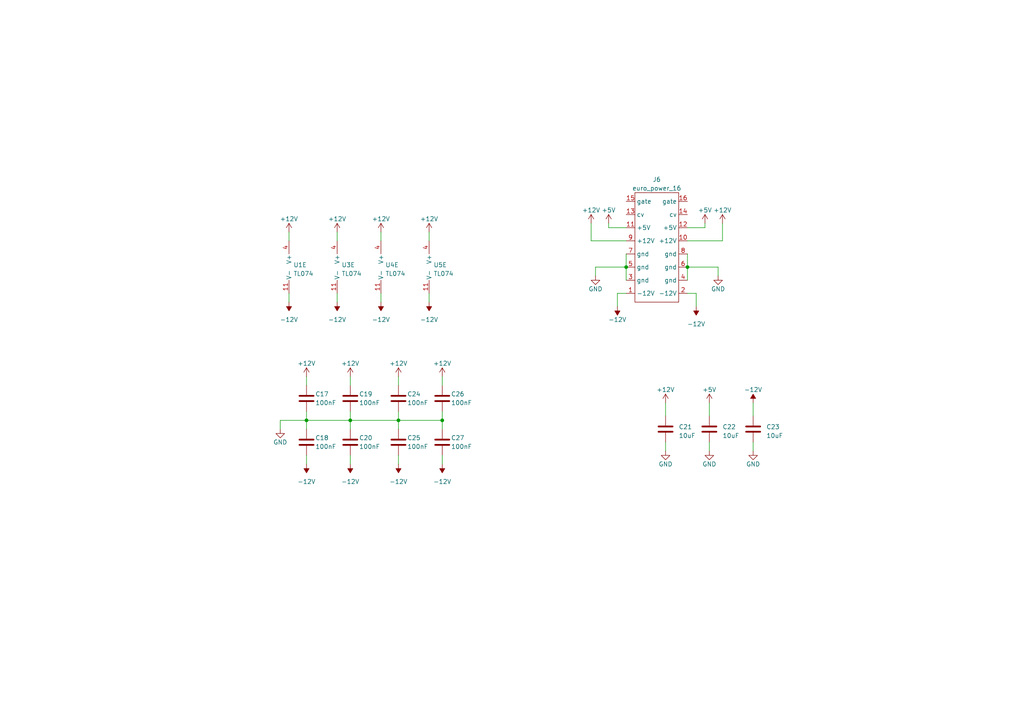
<source format=kicad_sch>
(kicad_sch (version 20231120) (generator "eeschema") (generator_version "8.0")
  (paper "A4")
  (title_block (title "Eurorack Output Mixer Module") (rev "0") (company "SVG Synthesis"))
  (lib_symbols
    (symbol "power:+12V" (power) (pin_names (offset 0))
      (property "Value" "+12V" (at 0 3.556 0))
      (symbol "+12V_0_1"
        (polyline (pts (xy -0.762 1.27) (xy 0 2.54)))
        (polyline (pts (xy 0 0) (xy 0 2.54)))
        (polyline (pts (xy 0 2.54) (xy 0.762 1.27)))
      )
      (symbol "+12V_1_1"
        (pin power_in line (at 0 0 90) (length 0) hide (name "+12V") (number "1"))
      )
    )
    (symbol "power:+5V" (power) (pin_names (offset 0))
      (property "Value" "+5V" (at 0 3.556 0))
      (symbol "+5V_0_1"
        (polyline (pts (xy -0.762 1.27) (xy 0 2.54)))
        (polyline (pts (xy 0 0) (xy 0 2.54)))
        (polyline (pts (xy 0 2.54) (xy 0.762 1.27)))
      )
      (symbol "+5V_1_1"
        (pin power_in line (at 0 0 90) (length 0) hide (name "+5V") (number "1"))
      )
    )
    (symbol "power:-12V" (power) (pin_names (offset 0))
      (property "Value" "-12V" (at 0 3.81 0))
      (symbol "-12V_0_0"
        (pin power_in line (at 0 0 90) (length 0) hide (name "-12V") (number "1"))
      )
      (symbol "-12V_0_1"
        (polyline (pts (xy 0 0) (xy 0 1.27) (xy 0.762 1.27) (xy 0 2.54) (xy -0.762 1.27) (xy 0 1.27)) (fill (type outline)))
      )
    )
    (symbol "power:GND" (power) (pin_names (offset 0))
      (property "Value" "GND" (at 0 -3.81 0))
      (symbol "GND_0_1"
        (polyline (pts (xy 0 0) (xy 0 -1.27) (xy 1.27 -1.27) (xy 0 -2.54) (xy -1.27 -1.27) (xy 0 -1.27)))
      )
      (symbol "GND_1_1"
        (pin power_in line (at 0 0 270) (length 0) hide (name "GND") (number "1"))
      )
    )
    (symbol "synthesis:CAP_100NF_0603_X7R" (pin_numbers hide) (pin_names (offset 0.254))
      (property "Reference" "C" (at 0.635 2.54 0))
      (property "Value" "100nF" (at 0.635 -2.54 0))
      (symbol "CAP_100NF_0603_X7R_0_1"
        (polyline (pts (xy -2.032 -0.762) (xy 2.032 -0.762)) (stroke (width 0.508)))
        (polyline (pts (xy -2.032 0.762) (xy 2.032 0.762)) (stroke (width 0.508)))
      )
      (symbol "CAP_100NF_0603_X7R_1_1"
        (pin passive line (at 0 3.81 270) (length 2.794) (name "~") (number "1"))
        (pin passive line (at 0 -3.81 90) (length 2.794) (name "~") (number "2"))
      )
    )
    (symbol "synthesis:CAP_10UF_NONPOL" (pin_numbers hide) (pin_names (offset 0.254))
      (property "Reference" "C" (at 0.635 2.54 0))
      (property "Value" "10uF" (at 0.635 -2.54 0))
      (symbol "CAP_10UF_NONPOL_0_1"
        (polyline (pts (xy -2.032 -0.762) (xy 2.032 -0.762)) (stroke (width 0.508)))
        (polyline (pts (xy -2.032 0.762) (xy 2.032 0.762)) (stroke (width 0.508)))
      )
      (symbol "CAP_10UF_NONPOL_1_1"
        (pin passive line (at 0 3.81 270) (length 2.794) (name "~") (number "1"))
        (pin passive line (at 0 -3.81 90) (length 2.794) (name "~") (number "2"))
      )
    )
    (symbol "synthesis:TL074" (pin_names (offset 0.127))
      (property "Reference" "U" (at 0 5.08 0))
      (property "Value" "TL074" (at 0 -5.08 0))
      (symbol "TL074_1_1"
        (polyline (pts (xy -5.08 5.08) (xy 5.08 0) (xy -5.08 -5.08) (xy -5.08 5.08)) (stroke (width 0.254)) (fill (type background)))
        (pin output line (at 7.62 0 180) (length 2.54) (name "~") (number "1"))
        (pin input line (at -7.62 -2.54 0) (length 2.54) (name "-") (number "2"))
        (pin input line (at -7.62 2.54 0) (length 2.54) (name "+") (number "3"))
      )
      (symbol "TL074_2_1"
        (polyline (pts (xy -5.08 5.08) (xy 5.08 0) (xy -5.08 -5.08) (xy -5.08 5.08)) (stroke (width 0.254)) (fill (type background)))
        (pin input line (at -7.62 2.54 0) (length 2.54) (name "+") (number "5"))
        (pin input line (at -7.62 -2.54 0) (length 2.54) (name "-") (number "6"))
        (pin output line (at 7.62 0 180) (length 2.54) (name "~") (number "7"))
      )
      (symbol "TL074_3_1"
        (polyline (pts (xy -5.08 5.08) (xy 5.08 0) (xy -5.08 -5.08) (xy -5.08 5.08)) (stroke (width 0.254)) (fill (type background)))
        (pin input line (at -7.62 2.54 0) (length 2.54) (name "+") (number "10"))
        (pin output line (at 7.62 0 180) (length 2.54) (name "~") (number "8"))
        (pin input line (at -7.62 -2.54 0) (length 2.54) (name "-") (number "9"))
      )
      (symbol "TL074_4_1"
        (polyline (pts (xy -5.08 5.08) (xy 5.08 0) (xy -5.08 -5.08) (xy -5.08 5.08)) (stroke (width 0.254)) (fill (type background)))
        (pin input line (at -7.62 2.54 0) (length 2.54) (name "+") (number "12"))
        (pin input line (at -7.62 -2.54 0) (length 2.54) (name "-") (number "13"))
        (pin output line (at 7.62 0 180) (length 2.54) (name "~") (number "14"))
      )
      (symbol "TL074_5_1"
        (pin power_in line (at -2.54 -7.62 90) (length 3.81) (name "V-") (number "11"))
        (pin power_in line (at -2.54 7.62 270) (length 3.81) (name "V+") (number "4"))
      )
    )
    (symbol "synthesis:euro_power_16"
      (property "Reference" "J" (at -5.08 17.78 0))
      (property "Value" "euro_power_16" (at 0 -16.51 0))
      (symbol "euro_power_16_0_1"
        (rectangle (start -6.35 16.51) (end 6.35 -15.24))
      )
      (symbol "euro_power_16_1_1"
        (pin power_in line (at -8.89 -12.7 0) (length 2.54) (name "-12V") (number "1"))
        (pin power_in line (at 8.89 2.54 180) (length 2.54) (name "+12V") (number "10"))
        (pin power_in line (at -8.89 6.35 0) (length 2.54) (name "+5V") (number "11"))
        (pin power_in line (at 8.89 6.35 180) (length 2.54) (name "+5V") (number "12"))
        (pin bidirectional line (at -8.89 10.16 0) (length 2.54) (name "cv") (number "13"))
        (pin bidirectional line (at 8.89 10.16 180) (length 2.54) (name "cv") (number "14"))
        (pin bidirectional line (at -8.89 13.97 0) (length 2.54) (name "gate") (number "15"))
        (pin bidirectional line (at 8.89 13.97 180) (length 2.54) (name "gate") (number "16"))
        (pin power_in line (at 8.89 -12.7 180) (length 2.54) (name "-12V") (number "2"))
        (pin power_in line (at -8.89 -8.89 0) (length 2.54) (name "gnd") (number "3"))
        (pin power_in line (at 8.89 -8.89 180) (length 2.54) (name "gnd") (number "4"))
        (pin power_in line (at -8.89 -5.08 0) (length 2.54) (name "gnd") (number "5"))
        (pin power_in line (at 8.89 -5.08 180) (length 2.54) (name "gnd") (number "6"))
        (pin power_in line (at -8.89 -1.27 0) (length 2.54) (name "gnd") (number "7"))
        (pin power_in line (at 8.89 -1.27 180) (length 2.54) (name "gnd") (number "8"))
        (pin power_in line (at -8.89 2.54 0) (length 2.54) (name "+12V") (number "9"))
      )
    )
  )
  (junction (at 181.61 77.47))
  (junction (at 199.39 77.47))
  (junction (at 88.9 121.92))
  (junction (at 115.57 121.92))
  (junction (at 128.27 121.92))
  (junction (at 101.6 121.92))
  (wire (pts (xy 181.61 73.66) (xy 181.61 77.47)))
  (wire (pts (xy 218.44 116.84) (xy 218.44 120.65)))
  (wire (pts (xy 205.74 128.27) (xy 205.74 130.81)))
  (wire (pts (xy 83.82 85.09) (xy 83.82 87.63)))
  (wire (pts (xy 88.9 132.08) (xy 88.9 134.62)))
  (wire (pts (xy 101.6 109.22) (xy 101.6 111.76)))
  (wire (pts (xy 171.45 64.77) (xy 171.45 69.85)))
  (wire (pts (xy 110.49 67.31) (xy 110.49 69.85)))
  (wire (pts (xy 124.46 67.31) (xy 124.46 69.85)))
  (wire (pts (xy 172.72 80.01) (xy 172.72 77.47)))
  (wire (pts (xy 193.04 128.27) (xy 193.04 130.81)))
  (wire (pts (xy 128.27 119.38) (xy 128.27 121.92)))
  (wire (pts (xy 179.07 85.09) (xy 181.61 85.09)))
  (wire (pts (xy 115.57 121.92) (xy 128.27 121.92)))
  (wire (pts (xy 218.44 128.27) (xy 218.44 130.81)))
  (wire (pts (xy 88.9 121.92) (xy 101.6 121.92)))
  (wire (pts (xy 172.72 77.47) (xy 181.61 77.47)))
  (wire (pts (xy 101.6 121.92) (xy 115.57 121.92)))
  (wire (pts (xy 101.6 119.38) (xy 101.6 121.92)))
  (wire (pts (xy 176.53 64.77) (xy 176.53 66.04)))
  (wire (pts (xy 199.39 85.09) (xy 201.93 85.09)))
  (wire (pts (xy 193.04 116.84) (xy 193.04 120.65)))
  (wire (pts (xy 201.93 85.09) (xy 201.93 88.9)))
  (wire (pts (xy 128.27 109.22) (xy 128.27 111.76)))
  (wire (pts (xy 176.53 66.04) (xy 181.61 66.04)))
  (wire (pts (xy 199.39 73.66) (xy 199.39 77.47)))
  (wire (pts (xy 115.57 121.92) (xy 115.57 124.46)))
  (wire (pts (xy 204.47 64.77) (xy 204.47 66.04)))
  (wire (pts (xy 88.9 109.22) (xy 88.9 111.76)))
  (wire (pts (xy 83.82 67.31) (xy 83.82 69.85)))
  (wire (pts (xy 208.28 77.47) (xy 199.39 77.47)))
  (wire (pts (xy 81.28 124.46) (xy 81.28 121.92)))
  (wire (pts (xy 101.6 121.92) (xy 101.6 124.46)))
  (wire (pts (xy 199.39 77.47) (xy 199.39 81.28)))
  (wire (pts (xy 115.57 119.38) (xy 115.57 121.92)))
  (wire (pts (xy 97.79 85.09) (xy 97.79 87.63)))
  (wire (pts (xy 171.45 69.85) (xy 181.61 69.85)))
  (wire (pts (xy 97.79 67.31) (xy 97.79 69.85)))
  (wire (pts (xy 115.57 132.08) (xy 115.57 134.62)))
  (wire (pts (xy 88.9 121.92) (xy 88.9 124.46)))
  (wire (pts (xy 128.27 132.08) (xy 128.27 134.62)))
  (wire (pts (xy 204.47 66.04) (xy 199.39 66.04)))
  (wire (pts (xy 208.28 80.01) (xy 208.28 77.47)))
  (wire (pts (xy 110.49 85.09) (xy 110.49 87.63)))
  (wire (pts (xy 124.46 85.09) (xy 124.46 87.63)))
  (wire (pts (xy 88.9 119.38) (xy 88.9 121.92)))
  (wire (pts (xy 181.61 77.47) (xy 181.61 81.28)))
  (wire (pts (xy 115.57 109.22) (xy 115.57 111.76)))
  (wire (pts (xy 81.28 121.92) (xy 88.9 121.92)))
  (wire (pts (xy 209.55 69.85) (xy 199.39 69.85)))
  (wire (pts (xy 179.07 88.9) (xy 179.07 85.09)))
  (wire (pts (xy 209.55 64.77) (xy 209.55 69.85)))
  (wire (pts (xy 101.6 132.08) (xy 101.6 134.62)))
  (wire (pts (xy 128.27 121.92) (xy 128.27 124.46)))
  (wire (pts (xy 205.74 116.84) (xy 205.74 120.65)))
  (symbol (lib_id "synthesis:CAP_10UF_NONPOL") (at 193.04 124.46 0) (unit 1)
    (property "Reference" "C21" (at 196.85 123.825 0) (effects (justify left)))
    (property "Value" "10uF" (at 196.85 126.365 0) (effects (justify left)))
    (property "Footprint" "Capacitor_SMD:CP_Elec_5x5.3" (effects (hide yes)))
    (property "MFR" "WURTH" (effects (hide yes)))
    (property "MPN" "865250442003" (effects (hide yes)))
  )
  (symbol (lib_id "power:+12V") (at 209.55 64.77 0) (unit 1)
    (property "Reference" "#PWR072" (effects (hide yes)))
    (property "Value" "+12V" (at 209.55 60.96 0))
  )
  (symbol (lib_id "synthesis:TL074") (at 113.03 77.47 0) (unit 5)
    (property "Reference" "U4" (at 111.76 76.835 0) (effects (justify left)))
    (property "Value" "TL074" (at 111.76 79.375 0) (effects (justify left)))
    (property "Footprint" "Package_SO:TSSOP-14_4.4x5mm_P0.65mm" (effects (hide yes)))
    (property "Datasheet" "http://www.ti.com/lit/ds/symlink/lm2902-n.pdf" (effects (hide yes)))
    (property "MFR" "TI" (effects (hide yes)))
    (property "MPN" "TL074CPWR" (effects (hide yes)))
    (property "LCSC" "C96507" (effects (hide yes)))
  )
  (symbol (lib_id "synthesis:CAP_100NF_0603_X7R") (at 101.6 115.57 0) (unit 1)
    (property "Reference" "C19" (at 104.14 114.3 0) (effects (justify left)))
    (property "Value" "100nF" (at 104.14 116.84 0) (effects (justify left)))
    (property "Footprint" "Capacitor_SMD:C_0603_1608Metric" (effects (hide yes)))
    (property "MFR" "YAGEO" (effects (hide yes)))
    (property "MPN" "CC0603KRX7R9BB104" (effects (hide yes)))
    (property "LCSC" "C14663" (effects (hide yes)))
  )
  (symbol (lib_id "synthesis:CAP_100NF_0603_X7R") (at 115.57 128.27 0) (unit 1)
    (property "Reference" "C25" (at 118.11 127 0) (effects (justify left)))
    (property "Value" "100nF" (at 118.11 129.54 0) (effects (justify left)))
    (property "Footprint" "Capacitor_SMD:C_0603_1608Metric" (effects (hide yes)))
    (property "MFR" "YAGEO" (effects (hide yes)))
    (property "MPN" "CC0603KRX7R9BB104" (effects (hide yes)))
    (property "LCSC" "C14663" (effects (hide yes)))
  )
  (symbol (lib_id "synthesis:CAP_100NF_0603_X7R") (at 88.9 115.57 0) (unit 1)
    (property "Reference" "C17" (at 91.44 114.3 0) (effects (justify left)))
    (property "Value" "100nF" (at 91.44 116.84 0) (effects (justify left)))
    (property "Footprint" "Capacitor_SMD:C_0603_1608Metric" (effects (hide yes)))
    (property "MFR" "YAGEO" (effects (hide yes)))
    (property "MPN" "CC0603KRX7R9BB104" (effects (hide yes)))
    (property "LCSC" "C14663" (effects (hide yes)))
  )
  (symbol (lib_id "power:-12V") (at 110.49 87.63 180) (unit 1)
    (property "Reference" "#PWR079" (effects (hide yes)))
    (property "Value" "-12V" (at 110.49 92.71 0))
  )
  (symbol (lib_id "power:+5V") (at 204.47 64.77 0) (unit 1)
    (property "Reference" "#PWR068" (effects (hide yes)))
    (property "Value" "+5V" (at 204.47 60.96 0))
  )
  (symbol (lib_id "power:GND") (at 205.74 130.81 0) (unit 1)
    (property "Reference" "#PWR070" (effects (hide yes)))
    (property "Value" "GND" (at 205.74 134.62 0))
  )
  (symbol (lib_id "power:-12V") (at 218.44 116.84 0) (unit 1)
    (property "Reference" "#PWR073" (effects (hide yes)))
    (property "Value" "-12V" (at 218.44 113.03 0))
  )
  (symbol (lib_id "power:+5V") (at 205.74 116.84 0) (unit 1)
    (property "Reference" "#PWR069" (effects (hide yes)))
    (property "Value" "+5V" (at 205.74 113.03 0))
  )
  (symbol (lib_id "power:-12V") (at 97.79 87.63 180) (unit 1)
    (property "Reference" "#PWR055" (effects (hide yes)))
    (property "Value" "-12V" (at 97.79 92.71 0))
  )
  (symbol (lib_id "power:GND") (at 81.28 124.46 0) (unit 1)
    (property "Reference" "#PWR056" (effects (hide yes)))
    (property "Value" "GND" (at 81.28 128.27 0))
  )
  (symbol (lib_id "power:-12V") (at 179.07 88.9 180) (unit 1)
    (property "Reference" "#PWR064" (effects (hide yes)))
    (property "Value" "-12V" (at 179.07 92.71 0))
  )
  (symbol (lib_id "synthesis:TL074") (at 127 77.47 0) (unit 5)
    (property "Reference" "U5" (at 125.73 76.835 0) (effects (justify left)))
    (property "Value" "TL074" (at 125.73 79.375 0) (effects (justify left)))
    (property "Footprint" "Package_SO:TSSOP-14_4.4x5mm_P0.65mm" (effects (hide yes)))
    (property "Datasheet" "http://www.ti.com/lit/ds/symlink/lm2902-n.pdf" (effects (hide yes)))
    (property "MFR" "TI" (effects (hide yes)))
    (property "MPN" "TL074CPWR" (effects (hide yes)))
    (property "LCSC" "C96507" (effects (hide yes)))
  )
  (symbol (lib_id "synthesis:CAP_100NF_0603_X7R") (at 128.27 128.27 0) (unit 1)
    (property "Reference" "C27" (at 130.81 127 0) (effects (justify left)))
    (property "Value" "100nF" (at 130.81 129.54 0) (effects (justify left)))
    (property "Footprint" "Capacitor_SMD:C_0603_1608Metric" (effects (hide yes)))
    (property "MFR" "YAGEO" (effects (hide yes)))
    (property "MPN" "CC0603KRX7R9BB104" (effects (hide yes)))
    (property "LCSC" "C14663" (effects (hide yes)))
  )
  (symbol (lib_id "power:-12V") (at 128.27 134.62 180) (unit 1)
    (property "Reference" "#PWR085" (effects (hide yes)))
    (property "Value" "-12V" (at 128.27 139.7 0))
  )
  (symbol (lib_id "power:+12V") (at 193.04 116.84 0) (unit 1)
    (property "Reference" "#PWR065" (effects (hide yes)))
    (property "Value" "+12V" (at 193.04 113.03 0))
  )
  (symbol (lib_id "power:-12V") (at 88.9 134.62 180) (unit 1)
    (property "Reference" "#PWR058" (effects (hide yes)))
    (property "Value" "-12V" (at 88.9 139.7 0))
  )
  (symbol (lib_id "synthesis:TL074") (at 100.33 77.47 0) (unit 5)
    (property "Reference" "U3" (at 99.06 76.835 0) (effects (justify left)))
    (property "Value" "TL074" (at 99.06 79.375 0) (effects (justify left)))
    (property "Footprint" "Package_SO:TSSOP-14_4.4x5mm_P0.65mm" (effects (hide yes)))
    (property "Datasheet" "http://www.ti.com/lit/ds/symlink/lm2902-n.pdf" (effects (hide yes)))
    (property "MFR" "TI" (effects (hide yes)))
    (property "MPN" "TL074CPWR" (effects (hide yes)))
    (property "LCSC" "C96507" (effects (hide yes)))
  )
  (symbol (lib_id "power:+12V") (at 83.82 67.31 0) (unit 1)
    (property "Reference" "#PWR052" (effects (hide yes)))
    (property "Value" "+12V" (at 83.82 63.5 0))
  )
  (symbol (lib_id "power:GND") (at 218.44 130.81 0) (unit 1)
    (property "Reference" "#PWR074" (effects (hide yes)))
    (property "Value" "GND" (at 218.44 134.62 0))
  )
  (symbol (lib_id "power:GND") (at 172.72 80.01 0) (unit 1)
    (property "Reference" "#PWR060" (effects (hide yes)))
    (property "Value" "GND" (at 172.72 83.82 0))
  )
  (symbol (lib_id "synthesis:TL074") (at 86.36 77.47 0) (unit 5)
    (property "Reference" "U1" (at 85.09 76.835 0) (effects (justify left)))
    (property "Value" "TL074" (at 85.09 79.375 0) (effects (justify left)))
    (property "Footprint" "Package_SO:TSSOP-14_4.4x5mm_P0.65mm" (effects (hide yes)))
    (property "Datasheet" "http://www.ti.com/lit/ds/symlink/lm2902-n.pdf" (effects (hide yes)))
    (property "MFR" "TI" (effects (hide yes)))
    (property "MPN" "TL074CPWR" (effects (hide yes)))
    (property "LCSC" "C96507" (effects (hide yes)))
  )
  (symbol (lib_id "power:-12V") (at 124.46 87.63 180) (unit 1)
    (property "Reference" "#PWR081" (effects (hide yes)))
    (property "Value" "-12V" (at 124.46 92.71 0))
  )
  (symbol (lib_id "synthesis:CAP_100NF_0603_X7R") (at 101.6 128.27 0) (unit 1)
    (property "Reference" "C20" (at 104.14 127 0) (effects (justify left)))
    (property "Value" "100nF" (at 104.14 129.54 0) (effects (justify left)))
    (property "Footprint" "Capacitor_SMD:C_0603_1608Metric" (effects (hide yes)))
    (property "MFR" "YAGEO" (effects (hide yes)))
    (property "MPN" "CC0603KRX7R9BB104" (effects (hide yes)))
    (property "LCSC" "C14663" (effects (hide yes)))
  )
  (symbol (lib_id "power:-12V") (at 115.57 134.62 180) (unit 1)
    (property "Reference" "#PWR083" (effects (hide yes)))
    (property "Value" "-12V" (at 115.57 139.7 0))
  )
  (symbol (lib_id "power:+12V") (at 124.46 67.31 0) (unit 1)
    (property "Reference" "#PWR080" (effects (hide yes)))
    (property "Value" "+12V" (at 124.46 63.5 0))
  )
  (symbol (lib_id "synthesis:CAP_10UF_NONPOL") (at 205.74 124.46 0) (unit 1)
    (property "Reference" "C22" (at 209.55 123.825 0) (effects (justify left)))
    (property "Value" "10uF" (at 209.55 126.365 0) (effects (justify left)))
    (property "Footprint" "Capacitor_SMD:CP_Elec_5x5.3" (effects (hide yes)))
    (property "MFR" "WURTH" (effects (hide yes)))
    (property "MPN" "865250442003" (effects (hide yes)))
  )
  (symbol (lib_id "power:+12V") (at 171.45 64.77 0) (unit 1)
    (property "Reference" "#PWR059" (effects (hide yes)))
    (property "Value" "+12V" (at 171.45 60.96 0))
  )
  (symbol (lib_id "power:-12V") (at 83.82 87.63 180) (unit 1)
    (property "Reference" "#PWR053" (effects (hide yes)))
    (property "Value" "-12V" (at 83.82 92.71 0))
  )
  (symbol (lib_id "synthesis:CAP_100NF_0603_X7R") (at 88.9 128.27 0) (unit 1)
    (property "Reference" "C18" (at 91.44 127 0) (effects (justify left)))
    (property "Value" "100nF" (at 91.44 129.54 0) (effects (justify left)))
    (property "Footprint" "Capacitor_SMD:C_0603_1608Metric" (effects (hide yes)))
    (property "MFR" "YAGEO" (effects (hide yes)))
    (property "MPN" "CC0603KRX7R9BB104" (effects (hide yes)))
    (property "LCSC" "C14663" (effects (hide yes)))
  )
  (symbol (lib_id "power:+12V") (at 115.57 109.22 0) (unit 1)
    (property "Reference" "#PWR082" (effects (hide yes)))
    (property "Value" "+12V" (at 115.57 105.41 0))
  )
  (symbol (lib_id "synthesis:CAP_100NF_0603_X7R") (at 115.57 115.57 0) (unit 1)
    (property "Reference" "C24" (at 118.11 114.3 0) (effects (justify left)))
    (property "Value" "100nF" (at 118.11 116.84 0) (effects (justify left)))
    (property "Footprint" "Capacitor_SMD:C_0603_1608Metric" (effects (hide yes)))
    (property "MFR" "YAGEO" (effects (hide yes)))
    (property "MPN" "CC0603KRX7R9BB104" (effects (hide yes)))
    (property "LCSC" "C14663" (effects (hide yes)))
  )
  (symbol (lib_id "power:+12V") (at 128.27 109.22 0) (unit 1)
    (property "Reference" "#PWR084" (effects (hide yes)))
    (property "Value" "+12V" (at 128.27 105.41 0))
  )
  (symbol (lib_id "synthesis:CAP_10UF_NONPOL") (at 218.44 124.46 180) (unit 1)
    (property "Reference" "C23" (at 222.25 123.825 0) (effects (justify right)))
    (property "Value" "10uF" (at 222.25 126.365 0) (effects (justify right)))
    (property "Footprint" "Capacitor_SMD:CP_Elec_5x5.3" (effects (hide yes)))
    (property "MFR" "WURTH" (effects (hide yes)))
    (property "MPN" "865250442003" (effects (hide yes)))
  )
  (symbol (lib_id "power:-12V") (at 201.93 88.9 180) (unit 1)
    (property "Reference" "#PWR067" (effects (hide yes)))
    (property "Value" "-12V" (at 201.93 93.98 0))
  )
  (symbol (lib_id "power:+12V") (at 88.9 109.22 0) (unit 1)
    (property "Reference" "#PWR057" (effects (hide yes)))
    (property "Value" "+12V" (at 88.9 105.41 0))
  )
  (symbol (lib_id "synthesis:euro_power_16") (at 190.5 72.39 0) (unit 1)
    (property "Reference" "J6" (at 190.5 52.07 0))
    (property "Value" "euro_power_16" (at 190.5 54.61 0))
    (property "Footprint" "synthesis:eurorack_16" (effects (hide yes)))
    (property "MFR" "CNC Tech" (effects (hide yes)))
    (property "MPN" "3020-16-0100-00" (effects (hide yes)))
  )
  (symbol (lib_id "power:+12V") (at 101.6 109.22 0) (unit 1)
    (property "Reference" "#PWR061" (effects (hide yes)))
    (property "Value" "+12V" (at 101.6 105.41 0))
  )
  (symbol (lib_id "power:-12V") (at 101.6 134.62 180) (unit 1)
    (property "Reference" "#PWR062" (effects (hide yes)))
    (property "Value" "-12V" (at 101.6 139.7 0))
  )
  (symbol (lib_id "power:+12V") (at 110.49 67.31 0) (unit 1)
    (property "Reference" "#PWR078" (effects (hide yes)))
    (property "Value" "+12V" (at 110.49 63.5 0))
  )
  (symbol (lib_id "power:GND") (at 193.04 130.81 0) (unit 1)
    (property "Reference" "#PWR066" (effects (hide yes)))
    (property "Value" "GND" (at 193.04 134.62 0))
  )
  (symbol (lib_id "power:GND") (at 208.28 80.01 0) (unit 1)
    (property "Reference" "#PWR071" (effects (hide yes)))
    (property "Value" "GND" (at 208.28 83.82 0))
  )
  (symbol (lib_id "power:+5V") (at 176.53 64.77 0) (unit 1)
    (property "Reference" "#PWR063" (effects (hide yes)))
    (property "Value" "+5V" (at 176.53 60.96 0))
  )
  (symbol (lib_id "power:+12V") (at 97.79 67.31 0) (unit 1)
    (property "Reference" "#PWR054" (effects (hide yes)))
    (property "Value" "+12V" (at 97.79 63.5 0))
  )
  (symbol (lib_id "synthesis:CAP_100NF_0603_X7R") (at 128.27 115.57 0) (unit 1)
    (property "Reference" "C26" (at 130.81 114.3 0) (effects (justify left)))
    (property "Value" "100nF" (at 130.81 116.84 0) (effects (justify left)))
    (property "Footprint" "Capacitor_SMD:C_0603_1608Metric" (effects (hide yes)))
    (property "MFR" "YAGEO" (effects (hide yes)))
    (property "MPN" "CC0603KRX7R9BB104" (effects (hide yes)))
    (property "LCSC" "C14663" (effects (hide yes)))
  )
)
</source>
